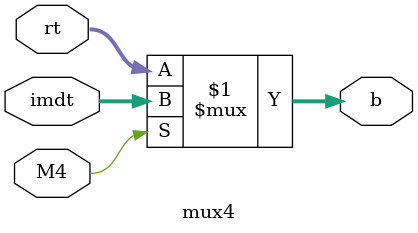
<source format=v>
`timescale 1ns / 1ps
module mux4(
    input [31:0] rt,imdt,
    input M4,
    output [31:0] b);
    assign b = M4? imdt : rt;
endmodule
</source>
